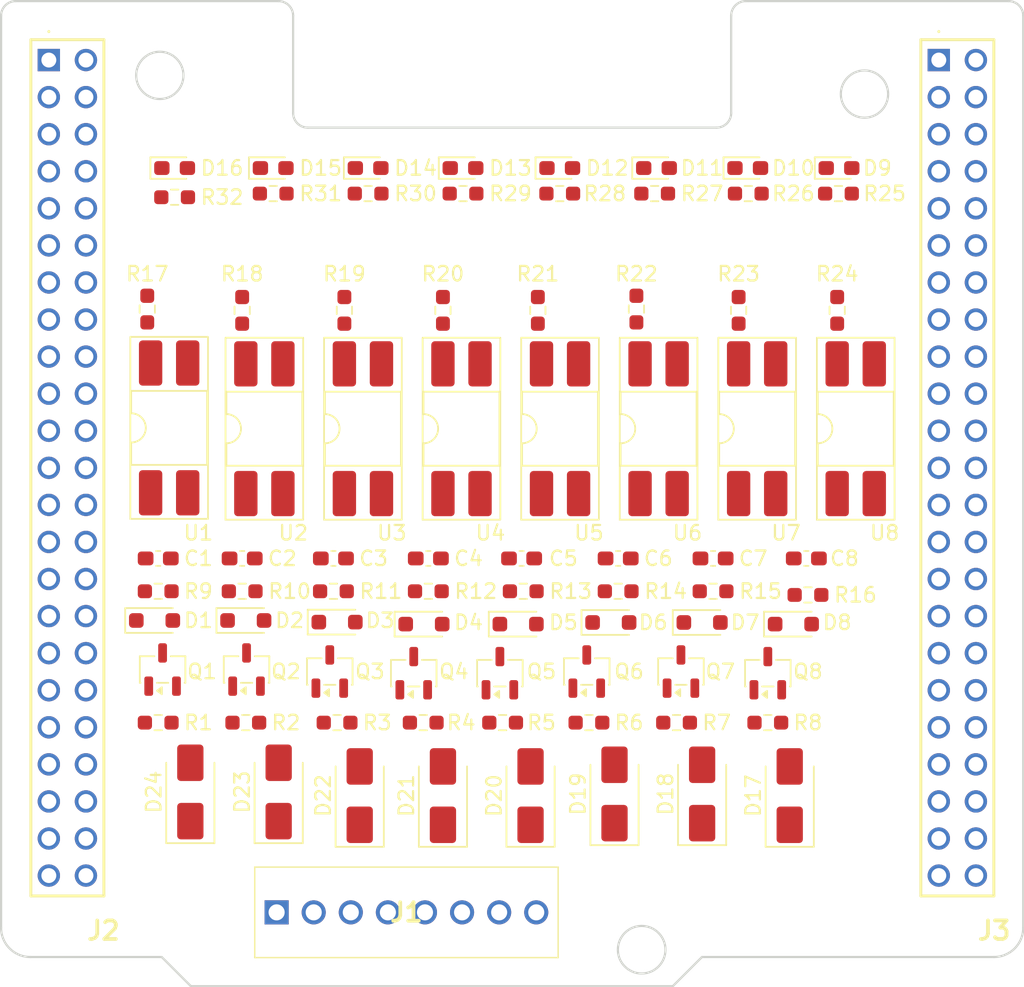
<source format=kicad_pcb>
(kicad_pcb (version 20241229) (generator "pcbnew") (generator_version "9.0")
  (title_block (rev "${REVISION}") (company "Author:") (comment 1 "Reviewer:"))
  (layers (0 "F.Cu" signal) (4 "In1.Cu" signal) (6 "In2.Cu" signal) (2 "B.Cu" signal) (13 "F.Paste" user) (15 "B.Paste" user) (5 "F.SilkS" user "F.Silkscreen") (7 "B.SilkS" user "B.Silkscreen") (1 "F.Mask" user) (3 "B.Mask" user) (25 "Edge.Cuts" user))
  (property "REVISION" "1.0")
  (net 0 "")
  (net 2 "+3V3")
  (net 3 "GND")
  (net 9 "CAN1_RX")
  (net 10 "CAN1_TX")
  (net 14 "UART6_TX")
  (net 15 "AVDD")
  (net 16 "AO_1")
  (net 17 "AI_0")
  (net 18 "AI_1")
  (net 19 "AO_0")
  (net 20 "AGND")
  (net 21 "UART6_RX")
  (net 22 "GNDREF")
  (net 23 "/digital_in/OPT1_IN")
  (net 24 "/digital_in/OPT2_IN")
  (net 25 "/digital_in/OPT3_IN")
  (net 26 "/digital_in/OPT4_IN")
  (net 27 "/digital_in/OPT5_IN")
  (net 28 "/digital_in/OPT6_IN")
  (net 29 "/digital_in/OPT7_IN")
  (net 30 "/digital_in/OPT8_IN")
  (net 31 "/digital_in/Q1_S")
  (net 32 "/digital_in/Q1_G")
  (net 33 "/digital_in/Q2_S")
  (net 34 "/digital_in/Q2_G")
  (net 35 "/digital_in/Q3_G")
  (net 36 "/digital_in/Q3_S")
  (net 37 "/digital_in/Q4_G")
  (net 38 "/digital_in/Q4_S")
  (net 39 "/digital_in/Q5_G")
  (net 40 "/digital_in/Q5_S")
  (net 41 "/digital_in/Q6_G")
  (net 42 "/digital_in/Q6_S")
  (net 43 "/digital_in/Q7_G")
  (net 44 "/digital_in/Q7_S")
  (net 45 "/digital_in/Q8_S")
  (net 46 "/digital_in/Q8_G")
  (net 47 "/digital_in/DI_7_R")
  (net 48 "/digital_in/DI_6_R")
  (net 49 "/digital_in/DI_5_R")
  (net 50 "/digital_in/DI_4_R")
  (net 51 "/digital_in/DI_3_R")
  (net 52 "/digital_in/DI_2_R")
  (net 53 "/digital_in/DI_1_R")
  (net 54 "/digital_in/DI_0_R")
  (net 55 "DI_IN7")
  (net 56 "DI_IN6")
  (net 57 "DI_IN5")
  (net 58 "DI_IN4")
  (net 59 "DI_IN3")
  (net 60 "DI_IN2")
  (net 61 "DI_IN1")
  (net 62 "DI_IN0")
  (net 104 "DO_7")
  (net 109 "DO_6")
  (net 111 "DI_3")
  (net 112 "DI_4")
  (net 113 "DI_1")
  (net 114 "DO_1")
  (net 115 "DO_3")
  (net 116 "DI_5")
  (net 117 "DI_0")
  (net 118 "DO_2")
  (net 119 "DI_6")
  (net 120 "DO_5")
  (net 121 "DO_4")
  (net 122 "DI_7")
  (net 125 "DI_2")
  (net 126 "DO_0")
  (net 127 "/digital_in/OPT1_OUT")
  (net 128 "/digital_in/OPT2_OUT")
  (net 129 "/digital_in/OPT3_OUT")
  (net 130 "/digital_in/OPT4_OUT")
  (net 131 "/digital_in/OPT5_OUT")
  (net 132 "/digital_in/OPT6_OUT")
  (net 133 "/digital_in/OPT7_OUT")
  (net 134 "/digital_in/OPT8_OUT")
  (footprint "Resistor_SMD:R_0603_1608Metric_Pad0.98x0.95mm_HandSolder" (layer "F.Cu") (at 132.5 69.75 90)
    (property "Reference" "R18" (at 2.5 0 180) (layer "F.SilkS"))
    (property "Value" "1k")
    (pad "1" smd roundrect (at -0.9125 0 90) (size 0.975 0.95) (layers "F.Cu" "F.Mask" "F.Paste") (net 128 "/digital_in/OPT2_OUT"))
    (pad "2" smd roundrect (at 0.9125 0 90) (size 0.975 0.95) (layers "F.Cu" "F.Mask" "F.Paste") (net 2 "+3V3"))
  )
  (footprint "Resistor_SMD:R_0603_1608Metric_Pad0.98x0.95mm_HandSolder" (layer "F.Cu") (at 151.75 89)
    (property "Reference" "R13" (at 3.25 0 180) (layer "F.SilkS"))
    (property "Value" "1k")
    (pad "1" smd roundrect (at -0.9125 0) (size 0.975 0.95) (layers "F.Cu" "F.Mask" "F.Paste") (net 40 "/digital_in/Q5_S"))
    (pad "2" smd roundrect (at 0.9125 0) (size 0.975 0.95) (layers "F.Cu" "F.Mask" "F.Paste") (net 27 "/digital_in/OPT5_IN"))
  )
  (footprint "Resistor_SMD:R_0603_1608Metric_Pad0.98x0.95mm_HandSolder" (layer "F.Cu") (at 171.25 89.25)
    (property "Reference" "R16" (at 3.25 0 180) (layer "F.SilkS"))
    (property "Value" "1k")
    (pad "1" smd roundrect (at -0.9125 0) (size 0.975 0.95) (layers "F.Cu" "F.Mask" "F.Paste") (net 45 "/digital_in/Q8_S"))
    (pad "2" smd roundrect (at 0.9125 0) (size 0.975 0.95) (layers "F.Cu" "F.Mask" "F.Paste") (net 30 "/digital_in/OPT8_IN"))
  )
  (footprint "Diode_SMD:D_SMA" (layer "F.Cu") (at 135 102.75 90)
    (property "Reference" "D23" (at 0 -2.5 90) (layer "F.SilkS"))
    (property "Value" "SMA6L28A")
    (pad "1" smd roundrect (at -2 0 90) (size 2.5 1.8) (layers "F.Cu" "F.Mask" "F.Paste") (roundrect_rratio 0.1388888889) (net 61 "DI_IN1"))
    (pad "2" smd roundrect (at 2 0 90) (size 2.5 1.8) (layers "F.Cu" "F.Mask" "F.Paste") (roundrect_rratio 0.1388888889) (net 3 "GND"))
  )
  (footprint "Diode_SMD:D_SOD-323_HandSoldering" (layer "F.Cu") (at 126.5 91)
    (property "Reference" "D1" (at 3 0 0) (layer "F.SilkS"))
    (property "Value" "BZX384-B9V1")
    (pad "1" smd roundrect (at -1.25 0) (size 1 1) (layers "F.Cu" "F.Mask" "F.Paste") (net 31 "/digital_in/Q1_S"))
    (pad "2" smd roundrect (at 1.25 0) (size 1 1) (layers "F.Cu" "F.Mask" "F.Paste") (net 32 "/digital_in/Q1_G"))
  )
  (footprint "Resistor_SMD:R_0603_1608Metric_Pad0.98x0.95mm_HandSolder" (layer "F.Cu") (at 164.75 89)
    (property "Reference" "R15" (at 3.25 0 180) (layer "F.SilkS"))
    (property "Value" "1k")
    (pad "1" smd roundrect (at -0.9125 0) (size 0.975 0.95) (layers "F.Cu" "F.Mask" "F.Paste") (net 44 "/digital_in/Q7_S"))
    (pad "2" smd roundrect (at 0.9125 0) (size 0.975 0.95) (layers "F.Cu" "F.Mask" "F.Paste") (net 29 "/digital_in/OPT7_IN"))
  )
  (footprint "Resistor_SMD:R_0603_1608Metric_Pad0.98x0.95mm_HandSolder" (layer "F.Cu") (at 173.25 69.75 90)
    (property "Reference" "R24" (at 2.5 0 180) (layer "F.SilkS"))
    (property "Value" "1k")
    (pad "1" smd roundrect (at -0.9125 0 90) (size 0.975 0.95) (layers "F.Cu" "F.Mask" "F.Paste") (net 134 "/digital_in/OPT8_OUT"))
    (pad "2" smd roundrect (at 0.9125 0 90) (size 0.975 0.95) (layers "F.Cu" "F.Mask" "F.Paste") (net 2 "+3V3"))
  )
  (footprint "Diode_SMD:D_SMA" (layer "F.Cu") (at 152.25 103 90)
    (property "Reference" "D20" (at 0 -2.5 90) (layer "F.SilkS"))
    (property "Value" "SMA6L28A")
    (pad "1" smd roundrect (at -2 0 90) (size 2.5 1.8) (layers "F.Cu" "F.Mask" "F.Paste") (roundrect_rratio 0.1388888889) (net 58 "DI_IN4"))
    (pad "2" smd roundrect (at 2 0 90) (size 2.5 1.8) (layers "F.Cu" "F.Mask" "F.Paste") (roundrect_rratio 0.1388888889) (net 3 "GND"))
  )
  (footprint "LED_SMD:LED_0603_1608Metric_Pad1.05x0.95mm_HandSolder" (layer "F.Cu") (at 160.875 60)
    (property "Reference" "D11" (at 3.125 0 0) (layer "F.SilkS"))
    (property "Value" "LD_DI2")
    (pad "1" smd roundrect (at -0.875 0) (size 1.05 0.95) (layers "F.Cu" "F.Mask" "F.Paste") (net 3 "GND"))
    (pad "2" smd roundrect (at 0.875 0) (size 1.05 0.95) (layers "F.Cu" "F.Mask" "F.Paste") (net 49 "/digital_in/DI_5_R"))
  )
  (footprint "Resistor_SMD:R_0603_1608Metric_Pad0.98x0.95mm_HandSolder" (layer "F.Cu") (at 141.125 61.75)
    (property "Reference" "R30" (at 3.25 0 0) (layer "F.SilkS"))
    (property "Value" "220R")
    (pad "1" smd roundrect (at -0.9125 0) (size 0.975 0.95) (layers "F.Cu" "F.Mask" "F.Paste") (net 125 "DI_2"))
    (pad "2" smd roundrect (at 0.9125 0) (size 0.975 0.95) (layers "F.Cu" "F.Mask" "F.Paste") (net 52 "/digital_in/DI_2_R"))
  )
  (footprint "PLC_STM:PRT12790" (layer "F.Cu") (at 180.21 52.6 -90)
    (property "Reference" "J3" (at 59.65 -3.79 0) (layer "F.SilkS") (effects (font (size 1.27 1.27) (thickness 0.254))))
    (property "Value" "NUCLEO RIGHT" (hide yes))
    (pad "1" thru_hole rect (at 0 0 270) (size 1.53 1.53) (drill 1.02) (layers "*.Cu" "*.Mask"))
    (pad "2" thru_hole circle (at 0 -2.54 270) (size 1.53 1.53) (drill 1.02) (layers "*.Cu" "*.Mask") (net 9 "CAN1_RX"))
    (pad "3" thru_hole circle (at 2.54 0 270) (size 1.53 1.53) (drill 1.02) (layers "*.Cu" "*.Mask") (net 117 "DI_0"))
    (pad "4" thru_hole circle (at 2.54 -2.54 270) (size 1.53 1.53) (drill 1.02) (layers "*.Cu" "*.Mask") (net 10 "CAN1_TX"))
    (pad "5" thru_hole circle (at 5.08 0 270) (size 1.53 1.53) (drill 1.02) (layers "*.Cu" "*.Mask") (net 113 "DI_1"))
    (pad "6" thru_hole circle (at 5.08 -2.54 270) (size 1.53 1.53) (drill 1.02) (layers "*.Cu" "*.Mask") (net 15 "AVDD"))
    (pad "7" thru_hole circle (at 7.62 0 270) (size 1.53 1.53) (drill 1.02) (layers "*.Cu" "*.Mask"))
    (pad "8" thru_hole circle (at 7.62 -2.54 270) (size 1.53 1.53) (drill 1.02) (layers "*.Cu" "*.Mask") (net 3 "GND"))
    (pad "9" thru_hole circle (at 10.16 0 270) (size 1.53 1.53) (drill 1.02) (layers "*.Cu" "*.Mask"))
    (pad "10" thru_hole circle (at 10.16 -2.54 270) (size 1.53 1.53) (drill 1.02) (layers "*.Cu" "*.Mask") (net 16 "AO_1"))
    (pad "11" thru_hole circle (at 12.7 0 270) (size 1.53 1.53) (drill 1.02) (layers "*.Cu" "*.Mask"))
    (pad "12" thru_hole circle (at 12.7 -2.54 270) (size 1.53 1.53) (drill 1.02) (layers "*.Cu" "*.Mask") (net 17 "AI_0"))
    (pad "13" thru_hole circle (at 15.24 0 270) (size 1.53 1.53) (drill 1.02) (layers "*.Cu" "*.Mask") (net 125 "DI_2"))
    (pad "14" thru_hole circle (at 15.24 -2.54 270) (size 1.53 1.53) (drill 1.02) (layers "*.Cu" "*.Mask") (net 18 "AI_1"))
    (pad "15" thru_hole circle (at 17.78 0 270) (size 1.53 1.53) (drill 1.02) (layers "*.Cu" "*.Mask") (net 111 "DI_3"))
    (pad "16" thru_hole circle (at 17.78 -2.54 270) (size 1.53 1.53) (drill 1.02) (layers "*.Cu" "*.Mask"))
    (pad "17" thru_hole circle (at 20.32 0 270) (size 1.53 1.53) (drill 1.02) (layers "*.Cu" "*.Mask") (net 19 "AO_0"))
    (pad "18" thru_hole circle (at 20.32 -2.54 270) (size 1.53 1.53) (drill 1.02) (layers "*.Cu" "*.Mask"))
    (pad "19" thru_hole circle (at 22.86 0 270) (size 1.53 1.53) (drill 1.02) (layers "*.Cu" "*.Mask") (net 112 "DI_4"))
    (pad "20" thru_hole circle (at 22.86 -2.54 270) (size 1.53 1.53) (drill 1.02) (layers "*.Cu" "*.Mask"))
    (pad "21" thru_hole circle (at 25.4 0 270) (size 1.53 1.53) (drill 1.02) (layers "*.Cu" "*.Mask"))
    (pad "22" thru_hole circle (at 25.4 -2.54 270) (size 1.53 1.53) (drill 1.02) (layers "*.Cu" "*.Mask"))
    (pad "23" thru_hole circle (at 27.94 0 270) (size 1.53 1.53) (drill 1.02) (layers "*.Cu" "*.Mask") (net 15 "AVDD"))
    (pad "24" thru_hole circle (at 27.94 -2.54 270) (size 1.53 1.53) (drill 1.02) (layers "*.Cu" "*.Mask") (net 126 "DO_0"))
    (pad "25" thru_hole circle (at 30.48 0 270) (size 1.53 1.53) (drill 1.02) (layers "*.Cu" "*.Mask") (net 20 "AGND"))
    (pad "26" thru_hole circle (at 30.48 -2.54 270) (size 1.53 1.53) (drill 1.02) (layers "*.Cu" "*.Mask") (net 114 "DO_1"))
    (pad "27" thru_hole circle (at 33.02 0 270) (size 1.53 1.53) (drill 1.02) (layers "*.Cu" "*.Mask") (net 3 "GND"))
    (pad "28" thru_hole circle (at 33.02 -2.54 270) (size 1.53 1.53) (drill 1.02) (layers "*.Cu" "*.Mask") (net 118 "DO_2"))
    (pad "29" thru_hole circle (at 35.56 0 270) (size 1.53 1.53) (drill 1.02) (layers "*.Cu" "*.Mask") (net 116 "DI_5"))
    (pad "30" thru_hole circle (at 35.56 -2.54 270) (size 1.53 1.53) (drill 1.02) (layers "*.Cu" "*.Mask") (net 115 "DO_3"))
    (pad "31" thru_hole circle (at 38.1 0 270) (size 1.53 1.53) (drill 1.02) (layers "*.Cu" "*.Mask"))
    (pad "32" thru_hole circle (at 38.1 -2.54 270) (size 1.53 1.53) (drill 1.02) (layers "*.Cu" "*.Mask") (net 121 "DO_4"))
    (pad "33" thru_hole circle (at 40.64 0 270) (size 1.53 1.53) (drill 1.02) (layers "*.Cu" "*.Mask"))
    (pad "34" thru_hole circle (at 40.64 -2.54 270) (size 1.53 1.53) (drill 1.02) (layers "*.Cu" "*.Mask") (net 120 "DO_5"))
    (pad "35" thru_hole circle (at 43.18 0 270) (size 1.53 1.53) (drill 1.02) (layers "*.Cu" "*.Mask") (net 119 "DI_6"))
    (pad "36" thru_hole circle (at 43.18 -2.54 270) (size 1.53 1.53) (drill 1.02) (layers "*.Cu" "*.Mask") (net 109 "DO_6"))
    (pad "37" thru_hole circle (at 45.72 0 270) (size 1.53 1.53) (drill 1.02) (layers "*.Cu" "*.Mask") (net 122 "DI_7"))
    (pad "38" thru_hole circle (at 45.72 -2.54 270) (size 1.53 1.53) (drill 1.02) (layers "*.Cu" "*.Mask") (net 104 "DO_7"))
    (pad "39" thru_hole circle (at 48.26 0 270) (size 1.53 1.53) (drill 1.02) (layers "*.Cu" "*.Mask") (net 3 "GND"))
    (pad "40" thru_hole circle (at 48.26 -2.54 270) (size 1.53 1.53) (drill 1.02) (layers "*.Cu" "*.Mask") (net 14 "UART6_TX"))
    (pad "41" thru_hole circle (at 50.8 0 270) (size 1.53 1.53) (drill 1.02) (layers "*.Cu" "*.Mask"))
    (pad "42" thru_hole circle (at 50.8 -2.54 270) (size 1.53 1.53) (drill 1.02) (layers "*.Cu" "*.Mask") (net 21 "UART6_RX"))
    (pad "43" thru_hole circle (at 53.34 0 270) (size 1.53 1.53) (drill 1.02) (layers "*.Cu" "*.Mask"))
    (pad "44" thru_hole circle (at 53.34 -2.54 270) (size 1.53 1.53) (drill 1.02) (layers "*.Cu" "*.Mask"))
    (pad "45" thru_hole circle (at 55.88 0 270) (size 1.53 1.53) (drill 1.02) (layers "*.Cu" "*.Mask"))
    (pad "46" thru_hole circle (at 55.88 -2.54 270) (size 1.53 1.53) (drill 1.02) (layers "*.Cu" "*.Mask"))
  )
  (footprint "Resistor_SMD:R_0603_1608Metric_Pad0.98x0.95mm_HandSolder" (layer "F.Cu") (at 139.5 69.75 90)
    (property "Reference" "R19" (at 2.5 0 180) (layer "F.SilkS"))
    (property "Value" "1k")
    (pad "1" smd roundrect (at -0.9125 0 90) (size 0.975 0.95) (layers "F.Cu" "F.Mask" "F.Paste") (net 129 "/digital_in/OPT3_OUT"))
    (pad "2" smd roundrect (at 0.9125 0 90) (size 0.975 0.95) (layers "F.Cu" "F.Mask" "F.Paste") (net 2 "+3V3"))
  )
  (footprint "Package_TO_SOT_SMD:SOT-23-3" (layer "F.Cu") (at 127.05 94.3625 90)
    (property "Reference" "Q1" (at -0.1375 2.7 0) (layer "F.SilkS"))
    (property "Value" "SI2347DS")
    (pad "1" smd roundrect (at -1.1375 -0.95 90) (size 1.325 0.6) (layers "F.Cu" "F.Mask" "F.Paste") (net 62 "DI_IN0"))
    (pad "2" smd roundrect (at -1.1375 0.95 90) (size 1.325 0.6) (layers "F.Cu" "F.Mask" "F.Paste") (net 32 "/digital_in/Q1_G"))
    (pad "3" smd roundrect (at 1.1375 0 90) (size 1.325 0.6) (layers "F.Cu" "F.Mask" "F.Paste") (net 31 "/digital_in/Q1_S"))
  )
  (footprint "Diode_SMD:D_SOD-323_HandSoldering" (layer "F.Cu") (at 164 91.1375)
    (property "Reference" "D7" (at 2.95 0 0) (layer "F.SilkS"))
    (property "Value" "BZX384-B9V1")
    (pad "1" smd roundrect (at -1.25 0) (size 1 1) (layers "F.Cu" "F.Mask" "F.Paste") (net 44 "/digital_in/Q7_S"))
    (pad "2" smd roundrect (at 1.25 0) (size 1 1) (layers "F.Cu" "F.Mask" "F.Paste") (net 43 "/digital_in/Q7_G"))
  )
  (footprint "Diode_SMD:D_SMA" (layer "F.Cu") (at 164 102.8875 90)
    (property "Reference" "D18" (at 0 -2.5 90) (layer "F.SilkS"))
    (property "Value" "SMA6L28A")
    (pad "1" smd roundrect (at -2 0 90) (size 2.5 1.8) (layers "F.Cu" "F.Mask" "F.Paste") (roundrect_rratio 0.1388888889) (net 56 "DI_IN6"))
    (pad "2" smd roundrect (at 2 0 90) (size 2.5 1.8) (layers "F.Cu" "F.Mask" "F.Paste") (roundrect_rratio 0.1388888889) (net 3 "GND"))
  )
  (footprint "Package_DIP:DIP-4_W8.89mm_SMDSocket_LongPads" (layer "F.Cu") (at 134.02 77.86 90)
    (property "Reference" "U2" (at -7.14 1.98 180) (layer "F.SilkS"))
    (property "Value" "VO615A-3")
    (pad "1" smd roundrect (at -4.445 -1.27 90) (size 3.1 1.6) (layers "F.Cu" "F.Mask" "F.Paste") (roundrect_rratio 0.15625) (net 24 "/digital_in/OPT2_IN"))
    (pad "2" smd roundrect (at -4.445 1.27 90) (size 3.1 1.6) (layers "F.Cu" "F.Mask" "F.Paste") (roundrect_rratio 0.15625) (net 22 "GNDREF"))
    (pad "3" smd roundrect (at 4.445 1.27 90) (size 3.1 1.6) (layers "F.Cu" "F.Mask" "F.Paste") (roundrect_rratio 0.15625) (net 113 "DI_1"))
    (pad "4" smd roundrect (at 4.445 -1.27 90) (size 3.1 1.6) (layers "F.Cu" "F.Mask" "F.Paste") (roundrect_rratio 0.15625) (net 128 "/digital_in/OPT2_OUT"))
  )
  (footprint "Resistor_SMD:R_0603_1608Metric_Pad0.98x0.95mm_HandSolder" (layer "F.Cu") (at 154.25 61.75)
    (property "Reference" "R28" (at 3.0875 0 0) (layer "F.SilkS"))
    (property "Value" "220R")
    (pad "1" smd roundrect (at -0.9125 0) (size 0.975 0.95) (layers "F.Cu" "F.Mask" "F.Paste") (net 112 "DI_4"))
    (pad "2" smd roundrect (at 0.9125 0) (size 0.975 0.95) (layers "F.Cu" "F.Mask" "F.Paste") (net 50 "/digital_in/DI_4_R"))
  )
  (footprint "Resistor_SMD:R_0603_1608Metric_Pad0.98x0.95mm_HandSolder" (layer "F.Cu") (at 166.5 69.75 90)
    (property "Reference" "R23" (at 2.5 0 180) (layer "F.SilkS"))
    (property "Value" "1k")
    (pad "1" smd roundrect (at -0.9125 0 90) (size 0.975 0.95) (layers "F.Cu" "F.Mask" "F.Paste") (net 133 "/digital_in/OPT7_OUT"))
    (pad "2" smd roundrect (at 0.9125 0 90) (size 0.975 0.95) (layers "F.Cu" "F.Mask" "F.Paste") (net 2 "+3V3"))
  )
  (footprint "Package_DIP:DIP-4_W8.89mm_SMDSocket_LongPads" (layer "F.Cu") (at 174.52 77.86 90)
    (property "Reference" "U8" (at -7.14 1.98 180) (layer "F.SilkS"))
    (property "Value" "VO615A-3")
    (pad "1" smd roundrect (at -4.445 -1.27 90) (size 3.1 1.6) (layers "F.Cu" "F.Mask" "F.Paste") (roundrect_rratio 0.15625) (net 30 "/digital_in/OPT8_IN"))
    (pad "2" smd roundrect (at -4.445 1.27 90) (size 3.1 1.6) (layers "F.Cu" "F.Mask" "F.Paste") (roundrect_rratio 0.15625) (net 22 "GNDREF"))
    (pad "3" smd roundrect (at 4.445 1.27 90) (size 3.1 1.6) (layers "F.Cu" "F.Mask" "F.Paste") (roundrect_rratio 0.15625) (net 122 "DI_7"))
    (pad "4" smd roundrect (at 4.445 -1.27 90) (size 3.1 1.6) (layers "F.Cu" "F.Mask" "F.Paste") (roundrect_rratio 0.15625) (net 134 "/digital_in/OPT8_OUT"))
  )
  (footprint "Capacitor_SMD:C_0603_1608Metric_Pad1.08x0.95mm_HandSolder" (layer "F.Cu") (at 164.75 86.75 180)
    (property "Reference" "C7" (at -2.75 0 0) (layer "F.SilkS"))
    (property "Value" "1n")
    (pad "1" smd roundrect (at -0.8625 0 180) (size 1.075 0.95) (layers "F.Cu" "F.Mask" "F.Paste") (net 22 "GNDREF"))
    (pad "2" smd roundrect (at 0.8625 0 180) (size 1.075 0.95) (layers "F.Cu" "F.Mask" "F.Paste") (net 29 "/digital_in/OPT7_IN"))
  )
  (footprint "Package_DIP:DIP-4_W8.89mm_SMDSocket_LongPads" (layer "F.Cu") (at 127.5 77.805 90)
    (property "Reference" "U1" (at -7.195 2 180) (layer "F.SilkS"))
    (property "Value" "VO615A-3")
    (pad "1" smd roundrect (at -4.445 -1.27 90) (size 3.1 1.6) (layers "F.Cu" "F.Mask" "F.Paste") (roundrect_rratio 0.15625) (net 23 "/digital_in/OPT1_IN"))
    (pad "2" smd roundrect (at -4.445 1.27 90) (size 3.1 1.6) (layers "F.Cu" "F.Mask" "F.Paste") (roundrect_rratio 0.15625) (net 22 "GNDREF"))
    (pad "3" smd roundrect (at 4.445 1.27 90) (size 3.1 1.6) (layers "F.Cu" "F.Mask" "F.Paste") (roundrect_rratio 0.15625) (net 117 "DI_0"))
    (pad "4" smd roundrect (at 4.445 -1.27 90) (size 3.1 1.6) (layers "F.Cu" "F.Mask" "F.Paste") (roundrect_rratio 0.15625) (net 127 "/digital_in/OPT1_OUT"))
  )
  (footprint "Resistor_SMD:R_0603_1608Metric_Pad0.98x0.95mm_HandSolder" (layer "F.Cu") (at 168.5 98)
    (property "Reference" "R8" (at 2.75 0 0) (layer "F.SilkS"))
    (property "Value" "47k")
    (pad "1" smd roundrect (at -0.9125 0) (size 0.975 0.95) (layers "F.Cu" "F.Mask" "F.Paste") (net 22 "GNDREF"))
    (pad "2" smd roundrect (at 0.9125 0) (size 0.975 0.95) (layers "F.Cu" "F.Mask" "F.Paste") (net 46 "/digital_in/Q8_G"))
  )
  (footprint "Resistor_SMD:R_0603_1608Metric_Pad0.98x0.95mm_HandSolder" (layer "F.Cu") (at 127.875 62)
    (property "Reference" "R32" (at 3.25 0 0) (layer "F.SilkS"))
    (property "Value" "220R")
    (pad "1" smd roundrect (at -0.9125 0) (size 0.975 0.95) (layers "F.Cu" "F.Mask" "F.Paste") (net 117 "DI_0"))
    (pad "2" smd roundrect (at 0.9125 0) (size 0.975 0.95) (layers "F.Cu" "F.Mask" "F.Paste") (net 54 "/digital_in/DI_0_R"))
  )
  (footprint "LED_SMD:LED_0603_1608Metric_Pad1.05x0.95mm_HandSolder" (layer "F.Cu") (at 173.375 60)
    (property "Reference" "D9" (at 2.625 0 0) (layer "F.SilkS"))
    (property "Value" "LD_DI0")
    (pad "1" smd roundrect (at -0.875 0) (size 1.05 0.95) (layers "F.Cu" "F.Mask" "F.Paste") (net 3 "GND"))
    (pad "2" smd roundrect (at 0.875 0) (size 1.05 0.95) (layers "F.Cu" "F.Mask" "F.Paste") (net 47 "/digital_in/DI_7_R"))
  )
  (footprint "Diode_SMD:D_SMA" (layer "F.Cu") (at 158 102.8875 90)
    (property "Reference" "D19" (at 0 -2.5 90) (layer "F.SilkS"))
    (property "Value" "SMA6L28A")
    (pad "1" smd roundrect (at -2 0 90) (size 2.5 1.8) (layers "F.Cu" "F.Mask" "F.Paste") (roundrect_rratio 0.1388888889) (net 57 "DI_IN5"))
    (pad "2" smd roundrect (at 2 0 90) (size 2.5 1.8) (layers "F.Cu" "F.Mask" "F.Paste") (roundrect_rratio 0.1388888889) (net 3 "GND"))
  )
  (footprint "Capacitor_SMD:C_0603_1608Metric_Pad1.08x0.95mm_HandSolder" (layer "F.Cu") (at 151.6375 86.75 180)
    (property "Reference" "C5" (at -2.8625 0 0) (layer "F.SilkS"))
    (property "Value" "1n")
    (pad "1" smd roundrect (at -0.8625 0 180) (size 1.075 0.95) (layers "F.Cu" "F.Mask" "F.Paste") (net 22 "GNDREF"))
    (pad "2" smd roundrect (at 0.8625 0 180) (size 1.075 0.95) (layers "F.Cu" "F.Mask" "F.Paste") (net 27 "/digital_in/OPT5_IN"))
  )
  (footprint "LED_SMD:LED_0603_1608Metric_Pad1.05x0.95mm_HandSolder" (layer "F.Cu") (at 147.625 60)
    (property "Reference" "D13" (at 3.25 0 0) (layer "F.SilkS"))
    (property "Value" "LD_DI4")
    (pad "1" smd roundrect (at -0.875 0) (size 1.05 0.95) (layers "F.Cu" "F.Mask" "F.Paste") (net 3 "GND"))
    (pad "2" smd roundrect (at 0.875 0) (size 1.05 0.95) (layers "F.Cu" "F.Mask" "F.Paste") (net 51 "/digital_in/DI_3_R"))
  )
  (footprint "Resistor_SMD:R_0603_1608Metric_Pad0.98x0.95mm_HandSolder" (layer "F.Cu") (at 173.3375 61.75)
    (property "Reference" "R25" (at 3.1625 0 0) (layer "F.SilkS"))
    (property "Value" "220R")
    (pad "1" smd roundrect (at -0.9125 0) (size 0.975 0.95) (layers "F.Cu" "F.Mask" "F.Paste") (net 122 "DI_7"))
    (pad "2" smd roundrect (at 0.9125 0) (size 0.975 0.95) (layers "F.Cu" "F.Mask" "F.Paste") (net 47 "/digital_in/DI_7_R"))
  )
  (footprint "Diode_SMD:D_SOD-323_HandSoldering" (layer "F.Cu") (at 139 91.1125)
    (property "Reference" "D3" (at 2.95 -0.1125 0) (layer "F.SilkS"))
    (property "Value" "BZX384-B9V1")
    (pad "1" smd roundrect (at -1.25 0) (size 1 1) (layers "F.Cu" "F.Mask" "F.Paste") (net 36 "/digital_in/Q3_S"))
    (pad "2" smd roundrect (at 1.25 0) (size 1 1) (layers "F.Cu" "F.Mask" "F.Paste") (net 35 "/digital_in/Q3_G"))
  )
  (footprint "Resistor_SMD:R_0603_1608Metric_Pad0.98x0.95mm_HandSolder" (layer "F.Cu") (at 146.25 69.75 90)
    (property "Reference" "R20" (at 2.5 0 180) (layer "F.SilkS"))
    (property "Value" "1k")
    (pad "1" smd roundrect (at -0.9125 0 90) (size 0.975 0.95) (layers "F.Cu" "F.Mask" "F.Paste") (net 130 "/digital_in/OPT4_OUT"))
    (pad "2" smd roundrect (at 0.9125 0 90) (size 0.975 0.95) (layers "F.Cu" "F.Mask" "F.Paste") (net 2 "+3V3"))
  )
  (footprint "Diode_SMD:D_SMA" (layer "F.Cu") (at 170 103 90)
    (property "Reference" "D17" (at 0 -2.5 90) (layer "F.SilkS"))
    (property "Value" "SMA6L28A")
    (pad "1" smd roundrect (at -2 0 90) (size 2.5 1.8) (layers "F.Cu" "F.Mask" "F.Paste") (roundrect_rratio 0.1388888889) (net 55 "DI_IN7"))
    (pad "2" smd roundrect (at 2 0 90) (size 2.5 1.8) (layers "F.Cu" "F.Mask" "F.Paste") (roundrect_rratio 0.1388888889) (net 3 "GND"))
  )
  (footprint "Diode_SMD:D_SOD-323_HandSoldering" (layer "F.Cu") (at 151.4 91.25)
    (property "Reference" "D5" (at 3.1 -0.1125 0) (layer "F.SilkS"))
    (property "Value" "BZX384-B9V1")
    (pad "1" smd roundrect (at -1.25 0) (size 1 1) (layers "F.Cu" "F.Mask" "F.Paste") (net 40 "/digital_in/Q5_S"))
    (pad "2" smd roundrect (at 1.25 0) (size 1 1) (layers "F.Cu" "F.Mask" "F.Paste") (net 39 "/digital_in/Q5_G"))
  )
  (footprint "Package_DIP:DIP-4_W8.89mm_SMDSocket_LongPads" (layer "F.Cu") (at 167.77 77.86 90)
    (property "Reference" "U7" (at -7.14 1.98 180) (layer "F.SilkS"))
    (property "Value" "VO615A-3")
    (pad "1" smd roundrect (at -4.445 -1.27 90) (size 3.1 1.6) (layers "F.Cu" "F.Mask" "F.Paste") (roundrect_rratio 0.15625) (net 29 "/digital_in/OPT7_IN"))
    (pad "2" smd roundrect (at -4.445 1.27 90) (size 3.1 1.6) (layers "F.Cu" "F.Mask" "F.Paste") (roundrect_rratio 0.15625) (net 22 "GNDREF"))
    (pad "3" smd roundrect (at 4.445 1.27 90) (size 3.1 1.6) (layers "F.Cu" "F.Mask" "F.Paste") (roundrect_rratio 0.15625) (net 119 "DI_6"))
    (pad "4" smd roundrect (at 4.445 -1.27 90) (size 3.1 1.6) (layers "F.Cu" "F.Mask" "F.Paste") (roundrect_rratio 0.15625) (net 133 "/digital_in/OPT7_OUT"))
  )
  (footprint "Capacitor_SMD:C_0603_1608Metric_Pad1.08x0.95mm_HandSolder" (layer "F.Cu") (at 171.1375 86.75 180)
    (property "Reference" "C8" (at -2.6125 0 0) (layer "F.SilkS"))
    (property "Value" "1n")
    (pad "1" smd roundrect (at -0.8625 0 180) (size 1.075 0.95) (layers "F.Cu" "F.Mask" "F.Paste") (net 22 "GNDREF"))
    (pad "2" smd roundrect (at 0.8625 0 180) (size 1.075 0.95) (layers "F.Cu" "F.Mask" "F.Paste") (net 30 "/digital_in/OPT8_IN"))
  )
  (footprint "Package_DIP:DIP-4_W8.89mm_SMDSocket_LongPads" (layer "F.Cu") (at 154.27 77.86 90)
    (property "Reference" "U5" (at -7.14 1.98 180) (layer "F.SilkS"))
    (property "Value" "VO615A-3")
    (pad "1" smd roundrect (at -4.445 -1.27 90) (size 3.1 1.6) (layers "F.Cu" "F.Mask" "F.Paste") (roundrect_rratio 0.15625) (net 27 "/digital_in/OPT5_IN"))
    (pad "2" smd roundrect (at -4.445 1.27 90) (size 3.1 1.6) (layers "F.Cu" "F.Mask" "F.Paste") (roundrect_rratio 0.15625) (net 22 "GNDREF"))
    (pad "3" smd roundrect (at 4.445 1.27 90) (size 3.1 1.6) (layers "F.Cu" "F.Mask" "F.Paste") (roundrect_rratio 0.15625) (net 112 "DI_4"))
    (pad "4" smd roundrect (at 4.445 -1.27 90) (size 3.1 1.6) (layers "F.Cu" "F.Mask" "F.Paste") (roundrect_rratio 0.15625) (net 131 "/digital_in/OPT5_OUT"))
  )
  (footprint "Capacitor_SMD:C_0603_1608Metric_Pad1.08x0.95mm_HandSolder" (layer "F.Cu") (at 138.75 86.75 180)
    (property "Reference" "C3" (at -2.75 0 0) (layer "F.SilkS"))
    (property "Value" "1n")
    (pad "1" smd roundrect (at -0.8625 0 180) (size 1.075 0.95) (layers "F.Cu" "F.Mask" "F.Paste") (net 22 "GNDREF"))
    (pad "2" smd roundrect (at 0.8625 0 180) (size 1.075 0.95) (layers "F.Cu" "F.Mask" "F.Paste") (net 25 "/digital_in/OPT3_IN"))
  )
  (footprint "Resistor_SMD:R_0603_1608Metric_Pad0.98x0.95mm_HandSolder" (layer "F.Cu") (at 132.5 89)
    (property "Reference" "R10" (at 3.25 0 180) (layer "F.SilkS"))
    (property "Value" "1k")
    (pad "1" smd roundrect (at -0.9125 0) (size 0.975 0.95) (layers "F.Cu" "F.Mask" "F.Paste") (net 33 "/digital_in/Q2_S"))
    (pad "2" smd roundrect (at 0.9125 0) (size 0.975 0.95) (layers "F.Cu" "F.Mask" "F.Paste") (net 24 "/digital_in/OPT2_IN"))
  )
  (footprint "Package_DIP:DIP-4_W8.89mm_SMDSocket_LongPads" (layer "F.Cu") (at 161.02 77.86 90)
    (property "Reference" "U6" (at -7.14 1.98 180) (layer "F.SilkS"))
    (property "Value" "VO615A-3")
    (pad "1" smd roundrect (at -4.445 -1.27 90) (size 3.1 1.6) (layers "F.Cu" "F.Mask" "F.Paste") (roundrect_rratio 0.15625) (net 28 "/digital_in/OPT6_IN"))
    (pad "2" smd roundrect (at -4.445 1.27 90) (size 3.1 1.6) (layers "F.Cu" "F.Mask" "F.Paste") (roundrect_rratio 0.15625) (net 22 "GNDREF"))
    (pad "3" smd roundrect (at 4.445 1.27 90) (size 3.1 1.6) (layers "F.Cu" "F.Mask" "F.Paste") (roundrect_rratio 0.15625) (net 116 "DI_5"))
    (pad "4" smd roundrect (at 4.445 -1.27 90) (size 3.1 1.6) (layers "F.Cu" "F.Mask" "F.Paste") (roundrect_rratio 0.15625) (net 132 "/digital_in/OPT6_OUT"))
  )
  (footprint "Resistor_SMD:R_0603_1608Metric_Pad0.98x0.95mm_HandSolder" (layer "F.Cu") (at 152.75 69.75 90)
    (property "Reference" "R21" (at 2.5 0 180) (layer "F.SilkS"))
    (property "Value" "1k")
    (pad "1" smd roundrect (at -0.9125 0 90) (size 0.975 0.95) (layers "F.Cu" "F.Mask" "F.Paste") (net 131 "/digital_in/OPT5_OUT"))
    (pad "2" smd roundrect (at 0.9125 0 90) (size 0.975 0.95) (layers "F.Cu" "F.Mask" "F.Paste") (net 2 "+3V3"))
  )
  (footprint "Resistor_SMD:R_0603_1608Metric_Pad0.98x0.95mm_HandSolder" (layer "F.Cu") (at 156.25 98)
    (property "Reference" "R6" (at 2.75 0 0) (layer "F.SilkS"))
    (property "Value" "47k")
    (pad "1" smd roundrect (at -0.9125 0) (size 0.975 0.95) (layers "F.Cu" "F.Mask" "F.Paste") (net 22 "GNDREF"))
    (pad "2" smd roundrect (at 0.9125 0) (size 0.975 0.95) (layers "F.Cu" "F.Mask" "F.Paste") (net 41 "/digital_in/Q6_G"))
  )
  (footprint "Resistor_SMD:R_0603_1608Metric_Pad0.98x0.95mm_HandSolder" (layer "F.Cu") (at 132.75 98)
    (property "Reference" "R2" (at 2.75 0 0) (layer "F.SilkS"))
    (property "Value" "47k")
    (pad "1" smd roundrect (at -0.9125 0) (size 0.975 0.95) (layers "F.Cu" "F.Mask" "F.Paste") (net 22 "GNDREF"))
    (pad "2" smd roundrect (at 0.9125 0) (size 0.975 0.95) (layers "F.Cu" "F.Mask" "F.Paste") (net 34 "/digital_in/Q2_G"))
  )
  (footprint "Package_TO_SOT_SMD:SOT-23-3" (layer "F.Cu") (at 150.15 94.6125 90)
    (property "Reference" "Q5" (at 0.1125 2.85 0) (layer "F.SilkS"))
    (property "Value" "SI2347DS")
    (pad "1" smd roundrect (at -1.1375 -0.95 90) (size 1.325 0.6) (layers "F.Cu" "F.Mask" "F.Paste") (net 58 "DI_IN4"))
    (pad "2" smd roundrect (at -1.1375 0.95 90) (size 1.325 0.6) (layers "F.Cu" "F.Mask" "F.Paste") (net 39 "/digital_in/Q5_G"))
    (pad "3" smd roundrect (at 1.1375 0 90) (size 1.325 0.6) (layers "F.Cu" "F.Mask" "F.Paste") (net 40 "/digital_in/Q5_S"))
  )
  (footprint "Package_TO_SOT_SMD:SOT-23-3" (layer "F.Cu") (at 138.5 94.5 90)
    (property "Reference" "Q3" (at 0 2.75 0) (layer "F.SilkS"))
    (property "Value" "SI2347DS")
    (pad "1" smd roundrect (at -1.1375 -0.95 90) (size 1.325 0.6) (layers "F.Cu" "F.Mask" "F.Paste") (net 60 "DI_IN2"))
    (pad "2" smd roundrect (at -1.1375 0.95 90) (size 1.325 0.6) (layers "F.Cu" "F.Mask" "F.Paste") (net 35 "/digital_in/Q3_G"))
    (pad "3" smd roundrect (at 1.1375 0 90) (size 1.325 0.6) (layers "F.Cu" "F.Mask" "F.Paste") (net 36 "/digital_in/Q3_S"))
  )
  (footprint "LED_SMD:LED_0603_1608Metric_Pad1.05x0.95mm_HandSolder" (layer "F.Cu") (at 134.625 60)
    (property "Reference" "D15" (at 3.25 0 0) (layer "F.SilkS"))
    (property "Value" "LD_DI6")
    (pad "1" smd roundrect (at -0.875 0) (size 1.05 0.95) (layers "F.Cu" "F.Mask" "F.Paste") (net 3 "GND"))
    (pad "2" smd roundrect (at 0.875 0) (size 1.05 0.95) (layers "F.Cu" "F.Mask" "F.Paste") (net 53 "/digital_in/DI_1_R"))
  )
  (footprint "Package_DIP:DIP-4_W8.89mm_SMDSocket_LongPads" (layer "F.Cu") (at 140.77 77.86 90)
    (property "Reference" "U3" (at -7.14 1.98 180) (layer "F.SilkS"))
    (property "Value" "VO615A-3")
    (pad "1" smd roundrect (at -4.445 -1.27 90) (size 3.1 1.6) (layers "F.Cu" "F.Mask" "F.Paste") (roundrect_rratio 0.15625) (net 25 "/digital_in/OPT3_IN"))
    (pad "2" smd roundrect (at -4.445 1.27 90) (size 3.1 1.6) (layers "F.Cu" "F.Mask" "F.Paste") (roundrect_rratio 0.15625) (net 22 "GNDREF"))
    (pad "3" smd roundrect (at 4.445 1.27 90) (size 3.1 1.6) (layers "F.Cu" "F.Mask" "F.Paste") (roundrect_rratio 0.15625) (net 125 "DI_2"))
    (pad "4" smd roundrect (at 4.445 -1.27 90) (size 3.1 1.6) (layers "F.Cu" "F.Mask" "F.Paste") (roundrect_rratio 0.15625) (net 129 "/digital_in/OPT3_OUT"))
  )
  (footprint "Capacitor_SMD:C_0603_1608Metric_Pad1.08x0.95mm_HandSolder" (layer "F.Cu") (at 145.25 86.75 180)
    (property "Reference" "C4" (at -2.75 0 0) (layer "F.SilkS"))
    (property "Value" "1n")
    (pad "1" smd roundrect (at -0.8625 0 180) (size 1.075 0.95) (layers "F.Cu" "F.Mask" "F.Paste") (net 22 "GNDREF"))
    (pad "2" smd roundrect (at 0.8625 0 180) (size 1.075 0.95) (layers "F.Cu" "F.Mask" "F.Paste") (net 26 "/digital_in/OPT4_IN"))
  )
  (footprint "Capacitor_SMD:C_0603_1608Metric_Pad1.08x0.95mm_HandSolder" (layer "F.Cu") (at 132.5 86.75 180)
    (property "Reference" "C2" (at -2.75 0 0) (layer "F.SilkS"))
    (property "Value" "1n")
    (pad "1" smd roundrect (at -0.8625 0 180) (size 1.075 0.95) (layers "F.Cu" "F.Mask" "F.Paste") (net 22 "GNDREF"))
    (pad "2" smd roundrect (at 0.8625 0 180) (size 1.075 0.95) (layers "F.Cu" "F.Mask" "F.Paste") (net 24 "/digital_in/OPT2_IN"))
  )
  (footprint "PLC_STM:1725711" (layer "F.Cu") (at 134.86 111)
    (property "Reference" "J1" (at 8.89 0 0) (layer "F.SilkS") (effects (font (size 1.27 1.27) (thickness 0.254))))
    (property "Value" "DIGITAL INPUT" (hide yes))
    (pad "1" thru_hole rect (at 0 0) (size 1.65 1.65) (drill 1.1) (layers "*.Cu" "*.Mask") (net 62 "DI_IN0"))
    (pad "2" thru_hole circle (at 2.54 0) (size 1.65 1.65) (drill 1.1) (layers "*.Cu" "*.Mask") (net 61 "DI_IN1"))
    (pad "3" thru_hole circle (at 5.08 0) (size 1.65 1.65) (drill 1.1) (layers "*.Cu" "*.Mask") (net 60 "DI_IN2"))
    (pad "4" thru_hole circle (at 7.62 0) (size 1.65 1.65) (drill 1.1) (layers "*.Cu" "*.Mask") (net 59 "DI_IN3"))
    (pad "5" thru_hole circle (at 10.16 0) (size 1.65 1.65) (drill 1.1) (layers "*.Cu" "*.Mask") (net 58 "DI_IN4"))
    (pad "6" thru_hole circle (at 12.7 0) (size 1.65 1.65) (drill 1.1) (layers "*.Cu" "*.Mask") (net 57 "DI_IN5"))
    (pad "7" thru_hole circle (at 15.24 0) (size 1.65 1.65) (drill 1.1) (layers "*.Cu" "*.Mask") (net 56 "DI_IN6"))
    (pad "8" thru_hole circle (at 17.78 0) (size 1.65 1.65) (drill 1.1) (layers "*.Cu" "*.Mask") (net 55 "DI_IN7"))
  )
  (footprint "Resistor_SMD:R_0603_1608Metric_Pad0.98x0.95mm_HandSolder" (layer "F.Cu") (at 160.75 61.75)
    (property "Reference" "R27" (at 3.25 0 0) (layer "F.SilkS"))
    (property "Value" "220R")
    (pad "1" smd roundrect (at -0.9125 0) (size 0.975 0.95) (layers "F.Cu" "F.Mask" "F.Paste") (net 116 "DI_5"))
    (pad "2" smd roundrect (at 0.9125 0) (size 0.975 0.95) (layers "F.Cu" "F.Mask" "F.Paste") (net 49 "/digital_in/DI_5_R"))
  )
  (footprint "Package_TO_SOT_SMD:SOT-23-3" (layer "F.Cu") (at 132.8 94.3625 90)
    (property "Reference" "Q2" (at -0.1375 2.7 0) (layer "F.SilkS"))
    (property "Value" "SI2347DS")
    (pad "1" smd roundrect (at -1.1375 -0.95 90) (size 1.325 0.6) (layers "F.Cu" "F.Mask" "F.Paste") (net 61 "DI_IN1"))
    (pad "2" smd roundrect (at -1.1375 0.95 90) (size 1.325 0.6) (layers "F.Cu" "F.Mask" "F.Paste") (net 34 "/digital_in/Q2_G"))
    (pad "3" smd roundrect (at 1.1375 0 90) (size 1.325 0.6) (layers "F.Cu" "F.Mask" "F.Paste") (net 33 "/digital_in/Q2_S"))
  )
  (footprint "Resistor_SMD:R_0603_1608Metric_Pad0.98x0.95mm_HandSolder" (layer "F.Cu") (at 126.75 89)
    (property "Reference" "R9" (at 2.75 0 180) (layer "F.SilkS"))
    (property "Value" "1k")
    (pad "1" smd roundrect (at -0.9125 0) (size 0.975 0.95) (layers "F.Cu" "F.Mask" "F.Paste") (net 31 "/digital_in/Q1_S"))
    (pad "2" smd roundrect (at 0.9125 0) (size 0.975 0.95) (layers "F.Cu" "F.Mask" "F.Paste") (net 23 "/digital_in/OPT1_IN"))
  )
  (footprint "Package_TO_SOT_SMD:SOT-23-3" (layer "F.Cu") (at 144.25 94.6125 90)
    (property "Reference" "Q4" (at 0.1125 2.75 0) (layer "F.SilkS"))
    (property "Value" "SI2347DS")
    (pad "1" smd roundrect (at -1.1375 -0.95 90) (size 1.325 0.6) (layers "F.Cu" "F.Mask" "F.Paste") (net 59 "DI_IN3"))
    (pad "2" smd roundrect (at -1.1375 0.95 90) (size 1.325 0.6) (layers "F.Cu" "F.Mask" "F.Paste") (net 37 "/digital_in/Q4_G"))
    (pad "3" smd roundrect (at 1.1375 0 90) (size 1.325 0.6) (layers "F.Cu" "F.Mask" "F.Paste") (net 38 "/digital_in/Q4_S"))
  )
  (footprint "Resistor_SMD:R_0603_1608Metric_Pad0.98x0.95mm_HandSolder" (layer "F.Cu") (at 134.625 61.75)
    (property "Reference" "R31" (at 3.25 0 0) (layer "F.SilkS"))
    (property "Value" "220R")
    (pad "1" smd roundrect (at -0.9125 0) (size 0.975 0.95) (layers "F.Cu" "F.Mask" "F.Paste") (net 113 "DI_1"))
    (pad "2" smd roundrect (at 0.9125 0) (size 0.975 0.95) (layers "F.Cu" "F.Mask" "F.Paste") (net 53 "/digital_in/DI_1_R"))
  )
  (footprint "Resistor_SMD:R_0603_1608Metric_Pad0.98x0.95mm_HandSolder" (layer "F.Cu") (at 167.1625 61.75)
    (property "Reference" "R26" (at 3.0875 0 0) (layer "F.SilkS"))
    (property "Value" "220R")
    (pad "1" smd roundrect (at -0.9125 0) (size 0.975 0.95) (layers "F.Cu" "F.Mask" "F.Paste") (net 119 "DI_6"))
    (pad "2" smd roundrect (at 0.9125 0) (size 0.975 0.95) (layers "F.Cu" "F.Mask" "F.Paste") (net 48 "/digital_in/DI_6_R"))
  )
  (footprint "Diode_SMD:D_SOD-323_HandSoldering" (layer "F.Cu") (at 157.75 91.1375)
    (property "Reference" "D6" (at 2.9 0 0) (layer "F.SilkS"))
    (property "Value" "BZX384-B9V1")
    (pad "1" smd roundrect (at -1.25 0) (size 1 1) (layers "F.Cu" "F.Mask" "F.Paste") (net 42 "/digital_in/Q6_S"))
    (pad "2" smd roundrect (at 1.25 0) (size 1 1) (layers "F.Cu" "F.Mask" "F.Paste") (net 41 "/digital_in/Q6_G"))
  )
  (footprint "Resistor_SMD:R_0603_1608Metric_Pad0.98x0.95mm_HandSolder" (layer "F.Cu") (at 150.3375 98)
    (property "Reference" "R5" (at 2.6625 0 0) (layer "F.SilkS"))
    (property "Value" "47k")
    (pad "1" smd roundrect (at -0.9125 0) (size 0.975 0.95) (layers "F.Cu" "F.Mask" "F.Paste") (net 22 "GNDREF"))
    (pad "2" smd roundrect (at 0.9125 0) (size 0.975 0.95) (layers "F.Cu" "F.Mask" "F.Paste") (net 39 "/digital_in/Q5_G"))
  )
  (footprint "PLC_STM:PRT12790" (layer "F.Cu") (at 119.26 52.6 -90)
    (property "Reference" "J2" (at 59.65 -3.74 0) (layer "F.SilkS") (effects (font (size 1.27 1.27) (thickness 0.254))))
    (property "Value" "NUCLEO LEFT" (hide yes))
    (pad "1" thru_hole rect (at 0 0 270) (size 1.53 1.53) (drill 1.02) (layers "*.Cu" "*.Mask"))
    (pad "2" thru_hole circle (at 0 -2.54 270) (size 1.53 1.53) (drill 1.02) (layers "*.Cu" "*.Mask"))
    (pad "3" thru_hole circle (at 2.54 0 270) (size 1.53 1.53) (drill 1.02) (layers "*.Cu" "*.Mask"))
    (pad "4" thru_hole circle (at 2.54 -2.54 270) (size 1.53 1.53) (drill 1.02) (layers "*.Cu" "*.Mask"))
    (pad "5" thru_hole circle (at 5.08 0 270) (size 1.53 1.53) (drill 1.02) (layers "*.Cu" "*.Mask"))
    (pad "6" thru_hole circle (at 5.08 -2.54 270) (size 1.53 1.53) (drill 1.02) (layers "*.Cu" "*.Mask"))
    (pad "7" thru_hole circle (at 7.62 0 270) (size 1.53 1.53) (drill 1.02) (layers "*.Cu" "*.Mask") (net 2 "+3V3"))
    (pad "8" thru_hole circle (at 7.62 -2.54 270) (size 1.53 1.53) (drill 1.02) (layers "*.Cu" "*.Mask"))
    (pad "9" thru_hole circle (at 10.16 0 270) (size 1.53 1.53) (drill 1.02) (layers "*.Cu" "*.Mask"))
    (pad "10" thru_hole circle (at 10.16 -2.54 270) (size 1.53 1.53) (drill 1.02) (layers "*.Cu" "*.Mask"))
    (pad "11" thru_hole circle (at 12.7 0 270) (size 1.53 1.53) (drill 1.02) (layers "*.Cu" "*.Mask") (net 3 "GND"))
    (pad "12" thru_hole circle (at 12.7 -2.54 270) (size 1.53 1.53) (drill 1.02) (layers "*.Cu" "*.Mask"))
    (pad "13" thru_hole circle (at 15.24 0 270) (size 1.53 1.53) (drill 1.02) (layers "*.Cu" "*.Mask") (net 3 "GND"))
    (pad "14" thru_hole circle (at 15.24 -2.54 270) (size 1.53 1.53) (drill 1.02) (layers "*.Cu" "*.Mask"))
    (pad "15" thru_hole circle (at 17.78 0 270) (size 1.53 1.53) (drill 1.02) (layers "*.Cu" "*.Mask"))
    (pad "16" thru_hole circle (at 17.78 -2.54 270) (size 1.53 1.53) (drill 1.02) (layers "*.Cu" "*.Mask"))
    (pad "17" thru_hole circle (at 20.32 0 270) (size 1.53 1.53) (drill 1.02) (layers "*.Cu" "*.Mask"))
    (pad "18" thru_hole circle (at 20.32 -2.54 270) (size 1.53 1.53) (drill 1.02) (layers "*.Cu" "*.Mask"))
    (pad "19" thru_hole circle (at 22.86 0 270) (size 1.53 1.53) (drill 1.02) (layers "*.Cu" "*.Mask"))
    (pad "20" thru_hole circle (at 22.86 -2.54 270) (size 1.53 1.53) (drill 1.02) (layers "*.Cu" "*.Mask"))
    (pad "21" thru_hole circle (at 25.4 0 270) (size 1.53 1.53) (drill 1.02) (layers "*.Cu" "*.Mask"))
    (pad "22" thru_hole circle (at 25.4 -2.54 270) (size 1.53 1.53) (drill 1.02) (layers "*.Cu" "*.Mask"))
    (pad "23" thru_hole circle (at 27.94 0 270) (size 1.53 1.53) (drill 1.02) (layers "*.Cu" "*.Mask"))
    (pad "24" thru_hole circle (at 27.94 -2.54 270) (size 1.53 1.53) (drill 1.02) (layers "*.Cu" "*.Mask"))
    (pad "25" thru_hole circle (at 30.48 0 270) (size 1.53 1.53) (drill 1.02) (layers "*.Cu" "*.Mask"))
    (pad "26" thru_hole circle (at 30.48 -2.54 270) (size 1.53 1.53) (drill 1.02) (layers "*.Cu" "*.Mask"))
    (pad "27" thru_hole circle (at 33.02 0 270) (size 1.53 1.53) (drill 1.02) (layers "*.Cu" "*.Mask"))
    (pad "28" thru_hole circle (at 33.02 -2.54 270) (size 1.53 1.53) (drill 1.02) (layers "*.Cu" "*.Mask"))
    (pad "29" thru_hole circle (at 35.56 0 270) (size 1.53 1.53) (drill 1.02) (layers "*.Cu" "*.Mask"))
    (pad "30" thru_hole circle (at 35.56 -2.54 270) (size 1.53 1.53) (drill 1.02) (layers "*.Cu" "*.Mask") (net 3 "GND"))
    (pad "31" thru_hole circle (at 38.1 0 270) (size 1.53 1.53) (drill 1.02) (layers "*.Cu" "*.Mask"))
    (pad "32" thru_hole circle (at 38.1 -2.54 270) (size 1.53 1.53) (drill 1.02) (layers "*.Cu" "*.Mask"))
    (pad "33" thru_hole circle (at 40.64 0 270) (size 1.53 1.53) (drill 1.02) (layers "*.Cu" "*.Mask"))
    (pad "34" thru_hole circle (at 40.64 -2.54 270) (size 1.53 1.53) (drill 1.02) (layers "*.Cu" "*.Mask"))
    (pad "35" thru_hole circle (at 43.18 0 270) (size 1.53 1.53) (drill 1.02) (layers "*.Cu" "*.Mask"))
    (pad "36" thru_hole circle (at 43.18 -2.54 270) (size 1.53 1.53) (drill 1.02) (layers "*.Cu" "*.Mask"))
    (pad "37" thru_hole circle (at 45.72 0 270) (size 1.53 1.53) (drill 1.02) (layers "*.Cu" "*.Mask"))
    (pad "38" thru_hole circle (at 45.72 -2.54 270) (size 1.53 1.53) (drill 1.02) (layers "*.Cu" "*.Mask"))
    (pad "39" thru_hole circle (at 48.26 0 270) (size 1.53 1.53) (drill 1.02) (layers "*.Cu" "*.Mask") (net 3 "GND"))
    (pad "40" thru_hole circle (at 48.26 -2.54 270) (size 1.53 1.53) (drill 1.02) (layers "*.Cu" "*.Mask"))
    (pad "41" thru_hole circle (at 50.8 0 270) (size 1.53 1.53) (drill 1.02) (layers "*.Cu" "*.Mask"))
    (pad "42" thru_hole circle (at 50.8 -2.54 270) (size 1.53 1.53) (drill 1.02) (layers "*.Cu" "*.Mask"))
    (pad "43" thru_hole circle (at 53.34 0 270) (size 1.53 1.53) (drill 1.02) (layers "*.Cu" "*.Mask"))
    (pad "44" thru_hole circle (at 53.34 -2.54 270) (size 1.53 1.53) (drill 1.02) (layers "*.Cu" "*.Mask"))
    (pad "45" thru_hole circle (at 55.88 0 270) (size 1.53 1.53) (drill 1.02) (layers "*.Cu" "*.Mask"))
    (pad "46" thru_hole circle (at 55.88 -2.54 270) (size 1.53 1.53) (drill 1.02) (layers "*.Cu" "*.Mask"))
  )
  (footprint "Resistor_SMD:R_0603_1608Metric_Pad0.98x0.95mm_HandSolder" (layer "F.Cu") (at 126 69.6625 90)
    (property "Reference" "R17" (at 2.4125 0 180) (layer "F.SilkS"))
    (property "Value" "1k")
    (pad "1" smd roundrect (at -0.9125 0 90) (size 0.975 0.95) (layers "F.Cu" "F.Mask" "F.Paste") (net 127 "/digital_in/OPT1_OUT"))
    (pad "2" smd roundrect (at 0.9125 0 90) (size 0.975 0.95) (layers "F.Cu" "F.Mask" "F.Paste") (net 2 "+3V3"))
  )
  (footprint "Diode_SMD:D_SOD-323_HandSoldering" (layer "F.Cu") (at 132.75 91)
    (property "Reference" "D2" (at 3 0 0) (layer "F.SilkS"))
    (property "Value" "BZX384-B9V1")
    (pad "1" smd roundrect (at -1.25 0) (size 1 1) (layers "F.Cu" "F.Mask" "F.Paste") (net 33 "/digital_in/Q2_S"))
    (pad "2" smd roundrect (at 1.25 0) (size 1 1) (layers "F.Cu" "F.Mask" "F.Paste") (net 34 "/digital_in/Q2_G"))
  )
  (footprint "Capacitor_SMD:C_0603_1608Metric_Pad1.08x0.95mm_HandSolder" (layer "F.Cu") (at 126.75 86.75 180)
    (property "Reference" "C1" (at -2.75 0 0) (layer "F.SilkS"))
    (property "Value" "1n")
    (pad "1" smd roundrect (at -0.8625 0 180) (size 1.075 0.95) (layers "F.Cu" "F.Mask" "F.Paste") (net 22 "GNDREF"))
    (pad "2" smd roundrect (at 0.8625 0 180) (size 1.075 0.95) (layers "F.Cu" "F.Mask" "F.Paste") (net 23 "/digital_in/OPT1_IN"))
  )
  (footprint "Resistor_SMD:R_0603_1608Metric_Pad0.98x0.95mm_HandSolder" (layer "F.Cu") (at 162.25 98)
    (property "Reference" "R7" (at 2.75 0 0) (layer "F.SilkS"))
    (property "Value" "47k")
    (pad "1" smd roundrect (at -0.9125 0) (size 0.975 0.95) (layers "F.Cu" "F.Mask" "F.Paste") (net 22 "GNDREF"))
    (pad "2" smd roundrect (at 0.9125 0) (size 0.975 0.95) (layers "F.Cu" "F.Mask" "F.Paste") (net 43 "/digital_in/Q7_G"))
  )
  (footprint "Resistor_SMD:R_0603_1608Metric_Pad0.98x0.95mm_HandSolder" (layer "F.Cu") (at 126.75 98)
    (property "Reference" "R1" (at 2.75 0 0) (layer "F.SilkS"))
    (property "Value" "47k")
    (pad "1" smd roundrect (at -0.9125 0) (size 0.975 0.95) (layers "F.Cu" "F.Mask" "F.Paste") (net 22 "GNDREF"))
    (pad "2" smd roundrect (at 0.9125 0) (size 0.975 0.95) (layers "F.Cu" "F.Mask" "F.Paste") (net 32 "/digital_in/Q1_G"))
  )
  (footprint "Resistor_SMD:R_0603_1608Metric_Pad0.98x0.95mm_HandSolder" (layer "F.Cu") (at 139 98)
    (property "Reference" "R3" (at 2.75 0 0) (layer "F.SilkS"))
    (property "Value" "47k")
    (pad "1" smd roundrect (at -0.9125 0) (size 0.975 0.95) (layers "F.Cu" "F.Mask" "F.Paste") (net 22 "GNDREF"))
    (pad "2" smd roundrect (at 0.9125 0) (size 0.975 0.95) (layers "F.Cu" "F.Mask" "F.Paste") (net 35 "/digital_in/Q3_G"))
  )
  (footprint "Package_TO_SOT_SMD:SOT-23-3" (layer "F.Cu") (at 162.55 94.5 90)
    (property "Reference" "Q7" (at 0 2.7 180) (layer "F.SilkS"))
    (property "Value" "SI2347DS")
    (pad "1" smd roundrect (at -1.1375 -0.95 90) (size 1.325 0.6) (layers "F.Cu" "F.Mask" "F.Paste") (net 56 "DI_IN6"))
    (pad "2" smd roundrect (at -1.1375 0.95 90) (size 1.325 0.6) (layers "F.Cu" "F.Mask" "F.Paste") (net 43 "/digital_in/Q7_G"))
    (pad "3" smd roundrect (at 1.1375 0 90) (size 1.325 0.6) (layers "F.Cu" "F.Mask" "F.Paste") (net 44 "/digital_in/Q7_S"))
  )
  (footprint "Diode_SMD:D_SOD-323_HandSoldering" (layer "F.Cu") (at 144.95 91.25)
    (property "Reference" "D4" (at 3.05 -0.1125 0) (layer "F.SilkS"))
    (property "Value" "BZX384-B9V1")
    (pad "1" smd roundrect (at -1.25 0) (size 1 1) (layers "F.Cu" "F.Mask" "F.Paste") (net 38 "/digital_in/Q4_S"))
    (pad "2" smd roundrect (at 1.25 0) (size 1 1) (layers "F.Cu" "F.Mask" "F.Paste") (net 37 "/digital_in/Q4_G"))
  )
  (footprint "Diode_SMD:D_SMA" (layer "F.Cu") (at 128.95 102.75 90)
    (property "Reference" "D24" (at 0 -2.5 90) (layer "F.SilkS"))
    (property "Value" "SMA6L28A")
    (pad "1" smd roundrect (at -2 0 90) (size 2.5 1.8) (layers "F.Cu" "F.Mask" "F.Paste") (roundrect_rratio 0.1388888889) (net 62 "DI_IN0"))
    (pad "2" smd roundrect (at 2 0 90) (size 2.5 1.8) (layers "F.Cu" "F.Mask" "F.Paste") (roundrect_rratio 0.1388888889) (net 3 "GND"))
  )
  (footprint "Package_TO_SOT_SMD:SOT-23-3" (layer "F.Cu") (at 168.5 94.6125 90)
    (property "Reference" "Q8" (at 0.1125 2.75 180) (layer "F.SilkS"))
    (property "Value" "SI2347DS")
    (pad "1" smd roundrect (at -1.1375 -0.95 90) (size 1.325 0.6) (layers "F.Cu" "F.Mask" "F.Paste") (net 55 "DI_IN7"))
    (pad "2" smd roundrect (at -1.1375 0.95 90) (size 1.325 0.6) (layers "F.Cu" "F.Mask" "F.Paste") (net 46 "/digital_in/Q8_G"))
    (pad "3" smd roundrect (at 1.1375 0 90) (size 1.325 0.6) (layers "F.Cu" "F.Mask" "F.Paste") (net 45 "/digital_in/Q8_S"))
  )
  (footprint "Diode_SMD:D_SMA" (layer "F.Cu") (at 140.55 103 90)
    (property "Reference" "D22" (at 0 -2.5 90) (layer "F.SilkS"))
    (property "Value" "SMA6L28A")
    (pad "1" smd roundrect (at -2 0 90) (size 2.5 1.8) (layers "F.Cu" "F.Mask" "F.Paste") (roundrect_rratio 0.1388888889) (net 60 "DI_IN2"))
    (pad "2" smd roundrect (at 2 0 90) (size 2.5 1.8) (layers "F.Cu" "F.Mask" "F.Paste") (roundrect_rratio 0.1388888889) (net 3 "GND"))
  )
  (footprint "Package_TO_SOT_SMD:SOT-23-3" (layer "F.Cu") (at 156.1 94.5 90)
    (property "Reference" "Q6" (at 0 2.9 180) (layer "F.SilkS"))
    (property "Value" "SI2347DS")
    (pad "1" smd roundrect (at -1.1375 -0.95 90) (size 1.325 0.6) (layers "F.Cu" "F.Mask" "F.Paste") (net 57 "DI_IN5"))
    (pad "2" smd roundrect (at -1.1375 0.95 90) (size 1.325 0.6) (layers "F.Cu" "F.Mask" "F.Paste") (net 41 "/digital_in/Q6_G"))
    (pad "3" smd roundrect (at 1.1375 0 90) (size 1.325 0.6) (layers "F.Cu" "F.Mask" "F.Paste") (net 42 "/digital_in/Q6_S"))
  )
  (footprint "Resistor_SMD:R_0603_1608Metric_Pad0.98x0.95mm_HandSolder" (layer "F.Cu") (at 158.25 89)
    (property "Reference" "R14" (at 3.25 0 180) (layer "F.SilkS"))
    (property "Value" "1k")
    (pad "1" smd roundrect (at -0.9125 0) (size 0.975 0.95) (layers "F.Cu" "F.Mask" "F.Paste") (net 42 "/digital_in/Q6_S"))
    (pad "2" smd roundrect (at 0.9125 0) (size 0.975 0.95) (layers "F.Cu" "F.Mask" "F.Paste") (net 28 "/digital_in/OPT6_IN"))
  )
  (footprint "Resistor_SMD:R_0603_1608Metric_Pad0.98x0.95mm_HandSolder" (layer "F.Cu") (at 138.75 89)
    (property "Reference" "R11" (at 3.25 0 180) (layer "F.SilkS"))
    (property "Value" "1k")
    (pad "1" smd roundrect (at -0.9125 0) (size 0.975 0.95) (layers "F.Cu" "F.Mask" "F.Paste") (net 36 "/digital_in/Q3_S"))
    (pad "2" smd roundrect (at 0.9125 0) (size 0.975 0.95) (layers "F.Cu" "F.Mask" "F.Paste") (net 25 "/digital_in/OPT3_IN"))
  )
  (footprint "LED_SMD:LED_0603_1608Metric_Pad1.05x0.95mm_HandSolder" (layer "F.Cu") (at 141.125 60)
    (property "Reference" "D14" (at 3.25 0 0) (layer "F.SilkS"))
    (property "Value" "LD_DI5")
    (pad "1" smd roundrect (at -0.875 0) (size 1.05 0.95) (layers "F.Cu" "F.Mask" "F.Paste") (net 3 "GND"))
    (pad "2" smd roundrect (at 0.875 0) (size 1.05 0.95) (layers "F.Cu" "F.Mask" "F.Paste") (net 52 "/digital_in/DI_2_R"))
  )
  (footprint "Capacitor_SMD:C_0603_1608Metric_Pad1.08x0.95mm_HandSolder" (layer "F.Cu") (at 158.25 86.75 180)
    (property "Reference" "C6" (at -2.75 0 0) (layer "F.SilkS"))
    (property "Value" "1n")
    (pad "1" smd roundrect (at -0.8625 0 180) (size 1.075 0.95) (layers "F.Cu" "F.Mask" "F.Paste") (net 22 "GNDREF"))
    (pad "2" smd roundrect (at 0.8625 0 180) (size 1.075 0.95) (layers "F.Cu" "F.Mask" "F.Paste") (net 28 "/digital_in/OPT6_IN"))
  )
  (footprint "LED_SMD:LED_0603_1608Metric_Pad1.05x0.95mm_HandSolder" (layer "F.Cu") (at 154.25 60)
    (property "Reference" "D12" (at 3.25 0 0) (layer "F.SilkS"))
    (property "Value" "LD_DI3")
    (pad "1" smd roundrect (at -0.875 0) (size 1.05 0.95) (layers "F.Cu" "F.Mask" "F.Paste") (net 3 "GND"))
    (pad "2" smd roundrect (at 0.875 0) (size 1.05 0.95) (layers "F.Cu" "F.Mask" "F.Paste") (net 50 "/digital_in/DI_4_R"))
  )
  (footprint "Resistor_SMD:R_0603_1608Metric_Pad0.98x0.95mm_HandSolder" (layer "F.Cu") (at 147.625 61.75)
    (property "Reference" "R29" (at 3.25 0 0) (layer "F.SilkS"))
    (property "Value" "220R")
    (pad "1" smd roundrect (at -0.9125 0) (size 0.975 0.95) (layers "F.Cu" "F.Mask" "F.Paste") (net 111 "DI_3"))
    (pad "2" smd roundrect (at 0.9125 0) (size 0.975 0.95) (layers "F.Cu" "F.Mask" "F.Paste") (net 51 "/digital_in/DI_3_R"))
  )
  (footprint "LED_SMD:LED_0603_1608Metric_Pad1.05x0.95mm_HandSolder" (layer "F.Cu") (at 167.125 60)
    (property "Reference" "D10" (at 3.125 0 0) (layer "F.SilkS"))
    (property "Value" "LD_DI1")
    (pad "1" smd roundrect (at -0.875 0) (size 1.05 0.95) (layers "F.Cu" "F.Mask" "F.Paste") (net 3 "GND"))
    (pad "2" smd roundrect (at 0.875 0) (size 1.05 0.95) (layers "F.Cu" "F.Mask" "F.Paste") (net 48 "/digital_in/DI_6_R"))
  )
  (footprint "Resistor_SMD:R_0603_1608Metric_Pad0.98x0.95mm_HandSolder" (layer "F.Cu") (at 144.9 98)
    (property "Reference" "R4" (at 2.6 0 0) (layer "F.SilkS"))
    (property "Value" "47k")
    (pad "1" smd roundrect (at -0.9125 0) (size 0.975 0.95) (layers "F.Cu" "F.Mask" "F.Paste") (net 22 "GNDREF"))
    (pad "2" smd roundrect (at 0.9125 0) (size 0.975 0.95) (layers "F.Cu" "F.Mask" "F.Paste") (net 37 "/digital_in/Q4_G"))
  )
  (footprint "Diode_SMD:D_SOD-323_HandSoldering" (layer "F.Cu") (at 170.25 91.25)
    (property "Reference" "D8" (at 3 -0.1125 0) (layer "F.SilkS"))
    (property "Value" "BZX384-B9V1")
    (pad "1" smd roundrect (at -1.25 0) (size 1 1) (layers "F.Cu" "F.Mask" "F.Paste") (net 45 "/digital_in/Q8_S"))
    (pad "2" smd roundrect (at 1.25 0) (size 1 1) (layers "F.Cu" "F.Mask" "F.Paste") (net 46 "/digital_in/Q8_G"))
  )
  (footprint "Resistor_SMD:R_0603_1608Metric_Pad0.98x0.95mm_HandSolder" (layer "F.Cu") (at 159.5 69.6625 90)
    (property "Reference" "R22" (at 2.4125 0 180) (layer "F.SilkS"))
    (property "Value" "1k")
    (pad "1" smd roundrect (at -0.9125 0 90) (size 0.975 0.95) (layers "F.Cu" "F.Mask" "F.Paste") (net 132 "/digital_in/OPT6_OUT"))
    (pad "2" smd roundrect (at 0.9125 0 90) (size 0.975 0.95) (layers "F.Cu" "F.Mask" "F.Paste") (net 2 "+3V3"))
  )
  (footprint "LED_SMD:LED_0603_1608Metric_Pad1.05x0.95mm_HandSolder" (layer "F.Cu") (at 127.875 60)
    (property "Reference" "D16" (at 3.25 0 0) (layer "F.SilkS"))
    (property "Value" "LD_DI7")
    (pad "1" smd roundrect (at -0.875 0) (size 1.05 0.95) (layers "F.Cu" "F.Mask" "F.Paste") (net 3 "GND"))
    (pad "2" smd roundrect (at 0.875 0) (size 1.05 0.95) (layers "F.Cu" "F.Mask" "F.Paste") (net 54 "/digital_in/DI_0_R"))
  )
  (footprint "Resistor_SMD:R_0603_1608Metric_Pad0.98x0.95mm_HandSolder" (layer "F.Cu") (at 145.25 89)
    (property "Reference" "R12" (at 3.25 0 180) (layer "F.SilkS"))
    (property "Value" "1k")
    (pad "1" smd roundrect (at -0.9125 0) (size 0.975 0.95) (layers "F.Cu" "F.Mask" "F.Paste") (net 38 "/digital_in/Q4_S"))
    (pad "2" smd roundrect (at 0.9125 0) (size 0.975 0.95) (layers "F.Cu" "F.Mask" "F.Paste") (net 26 "/digital_in/OPT4_IN"))
  )
  (footprint "Package_DIP:DIP-4_W8.89mm_SMDSocket_LongPads" (layer "F.Cu") (at 147.52 77.86 90)
    (property "Reference" "U4" (at -7.14 1.98 180) (layer "F.SilkS"))
    (property "Value" "VO615A-3")
    (pad "1" smd roundrect (at -4.445 -1.27 90) (size 3.1 1.6) (layers "F.Cu" "F.Mask" "F.Paste") (roundrect_rratio 0.15625) (net 26 "/digital_in/OPT4_IN"))
    (pad "2" smd roundrect (at -4.445 1.27 90) (size 3.1 1.6) (layers "F.Cu" "F.Mask" "F.Paste") (roundrect_rratio 0.15625) (net 22 "GNDREF"))
    (pad "3" smd roundrect (at 4.445 1.27 90) (size 3.1 1.6) (layers "F.Cu" "F.Mask" "F.Paste") (roundrect_rratio 0.15625) (net 111 "DI_3"))
    (pad "4" smd roundrect (at 4.445 -1.27 90) (size 3.1 1.6) (layers "F.Cu" "F.Mask" "F.Paste") (roundrect_rratio 0.15625) (net 130 "/digital_in/OPT4_OUT"))
  )
  (footprint "Diode_SMD:D_SMA" (layer "F.Cu") (at 146.25 103 90)
    (property "Reference" "D21" (at 0 -2.5 90) (layer "F.SilkS"))
    (property "Value" "SMA6L28A")
    (pad "1" smd roundrect (at -2 0 90) (size 2.5 1.8) (layers "F.Cu" "F.Mask" "F.Paste") (roundrect_rratio 0.1388888889) (net 59 "DI_IN3"))
    (pad "2" smd roundrect (at 2 0 90) (size 2.5 1.8) (layers "F.Cu" "F.Mask" "F.Paste") (roundrect_rratio 0.1388888889) (net 3 "GND"))
  )
  (gr_line (start 128.99 116.06) (end 161.99 116.06) (stroke (width 0.15)) (layer "Edge.Cuts"))
  (gr_line (start 126.99 114.06) (end 128.99 116.06) (stroke (width 0.15)) (layer "Edge.Cuts"))
  (gr_line (start 116.99 48.56) (end 134.99 48.56) (stroke (width 0.15)) (layer "Edge.Cuts"))
  (gr_arc (start 165.99 56.23) (mid 165.697107 56.937107) (end 164.99 57.23) (stroke (width 0.15)) (layer "Edge.Cuts"))
  (gr_circle (center 159.86 113.56) (end 161.49 113.56) (stroke (width 0.15)) (fill no) (layer "Edge.Cuts"))
  (gr_line (start 115.99 112.06) (end 115.99 49.56) (stroke (width 0.15)) (layer "Edge.Cuts"))
  (gr_arc (start 115.99 49.56) (mid 116.282893 48.852893) (end 116.99 48.56) (stroke (width 0.15)) (layer "Edge.Cuts"))
  (gr_line (start 161.99 116.06) (end 163.99 114.06) (stroke (width 0.15)) (layer "Edge.Cuts"))
  (gr_arc (start 117.99 114.06) (mid 116.575786 113.474214) (end 115.99 112.06) (stroke (width 0.15)) (layer "Edge.Cuts"))
  (gr_arc (start 134.99 48.56) (mid 135.697107 48.852893) (end 135.99 49.56) (stroke (width 0.15)) (layer "Edge.Cuts"))
  (gr_arc (start 185.99 112.06) (mid 185.404214 113.474214) (end 183.99 114.06) (stroke (width 0.15)) (layer "Edge.Cuts"))
  (gr_line (start 185.99 112.06) (end 185.99 49.56) (stroke (width 0.15)) (layer "Edge.Cuts"))
  (gr_line (start 165.99 49.56) (end 165.99 56.23) (stroke (width 0.15)) (layer "Edge.Cuts"))
  (gr_arc (start 184.99 48.56) (mid 185.697107 48.852893) (end 185.99 49.56) (stroke (width 0.15)) (layer "Edge.Cuts"))
  (gr_circle (center 175.12 54.93) (end 176.74 54.93) (stroke (width 0.15)) (fill no) (layer "Edge.Cuts"))
  (gr_line (start 184.99 48.56) (end 166.99 48.56) (stroke (width 0.15)) (layer "Edge.Cuts"))
  (gr_line (start 135.99 49.56) (end 135.99 56.23) (stroke (width 0.15)) (layer "Edge.Cuts"))
  (gr_line (start 164.99 57.23) (end 136.99 57.23) (stroke (width 0.15)) (layer "Edge.Cuts"))
  (gr_circle (center 126.86 53.65) (end 128.48 53.65) (stroke (width 0.15)) (fill no) (layer "Edge.Cuts"))
  (gr_line (start 117.99 114.06) (end 126.99 114.06) (stroke (width 0.15)) (layer "Edge.Cuts"))
  (gr_arc (start 136.99 57.23) (mid 136.282893 56.937107) (end 135.99 56.23) (stroke (width 0.15)) (layer "Edge.Cuts"))
  (gr_arc (start 165.99 49.56) (mid 166.282893 48.852893) (end 166.99 48.56) (stroke (width 0.15)) (layer "Edge.Cuts"))
  (gr_line (start 163.99 114.06) (end 183.99 114.06) (stroke (width 0.15)) (layer "Edge.Cuts"))
)
</source>
